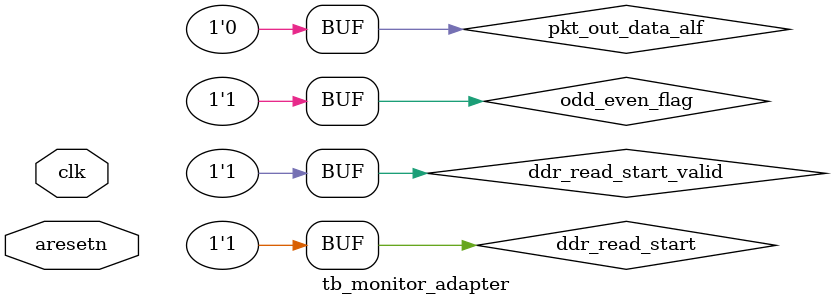
<source format=v>
module tb_monitor_adapter (
    input clk,
    input aresetn
);
    // Reset, Clock
    // reg                     aresetn;
    // reg                     clk;

    //ctrls from controller
    wire                    ddr_read_finish;
    wire                    ddr_read_finish_valid;
    reg                     ddr_read_finish_ready;

    reg                     odd_even_flag;

    reg                     ddr_read_start;
    reg                     ddr_read_start_valid;
    wire                    ddr_read_start_ready;

    //generate packets
    wire [519:0]            pkt_out_data;
    wire                    pkt_out_en;
    wire [255:0]            pkt_out_md;
    wire                    pkt_out_md_en;
    reg                     pkt_out_data_alf;
  

    // Master Read Address
    wire [0:0]              M_AXI_ARID;
    wire [31:0]             M_AXI_ARADDR;
    wire [7:0]              M_AXI_ARLEN;
    wire [2:0]              M_AXI_ARSIZE;
    wire [1:0]              M_AXI_ARBURST;
    wire [1:0]              M_AXI_ARLOCK;
    wire [3:0]              M_AXI_ARCACHE;
    wire [2:0]              M_AXI_ARPROT;
    wire [3:0]              M_AXI_ARQOS;
    wire [0:0]              M_AXI_ARUSER;
    wire                    M_AXI_ARVALID;
    wire                    M_AXI_ARREADY;  //reg
    
    // Master Read Data 
    wire [0:0]               M_AXI_RID;   //reg
    wire [31:0]              M_AXI_RDATA;   //reg
    wire [1:0]               M_AXI_RRESP;   //reg
    wire                     M_AXI_RLAST;   //reg
    wire [0:0]               M_AXI_RUSER;   //reg
    wire                     M_AXI_RVALID;   //reg
    wire                     M_AXI_RREADY;


parameter CYCLE = 10;

// always begin
//     #(CYCLE/2) clk <= ~clk;
// end

// initial begin
//     clk <= 1;
//     aresetn <= 1;
//     #(CYCLE)
//     aresetn <= 0;
//     #(2*CYCLE)
//     aresetn <= 1;
// end

initial begin
    #(2*CYCLE+CYCLE/2)  //wait for rst_n finish

    //reset
    ddr_read_start <= 1'b0;
    ddr_read_start_valid <= 1'b0;
    odd_even_flag <= 1'b0;

    //start working
    #(3*CYCLE - CYCLE/2)
    ddr_read_start <= 1'b1;
    ddr_read_start_valid <= 1'b1;
    odd_even_flag <= 1'b1;

    pkt_out_data_alf <= 1'b0;

    #(10*CYCLE);
end

// end

monitor_adaptor uut(
    // Reset, Clock
    .aresetn(aresetn),
    .clk(clk),

    //ctrls from controller
    .ddr_read_finish(ddr_read_finish),
    .ddr_read_finish_valid(ddr_read_finish_valid),
    .ddr_read_finish_ready(ddr_read_finish_ready),
    .odd_even_flag(odd_even_flag),

    .ddr_read_start(ddr_read_start),
    .ddr_read_start_valid(ddr_read_start_valid),
    .ddr_read_start_ready(ddr_read_start_ready),

    //generate packets
    .pkt_out_data(pkt_out_data),
    .pkt_out_en(pkt_out_en),
    .pkt_out_md(pkt_out_md),
    .pkt_out_md_en(pkt_out_md_en),
    .pkt_out_data_alf(pkt_out_data_alf),
  

    // Master Read Address
    .M_AXI_ARID(M_AXI_ARID),
    .M_AXI_ARADDR(M_AXI_ARADDR),
    .M_AXI_ARLEN(M_AXI_ARLEN),
    .M_AXI_ARSIZE(M_AXI_ARSIZE),
    .M_AXI_ARBURST(M_AXI_ARBURST),
    .M_AXI_ARLOCK(M_AXI_ARLOCK),
    .M_AXI_ARCACHE(M_AXI_ARCACHE),
    .M_AXI_ARPROT(M_AXI_ARPROT),
    .M_AXI_ARQOS(M_AXI_ARQOS),
    .M_AXI_ARUSER(M_AXI_ARUSER),
    .M_AXI_ARVALID(M_AXI_ARVALID),
    .M_AXI_ARREADY(M_AXI_ARREADY),
    
    // Master Read Data 
    .M_AXI_RID(M_AXI_RID),
    .M_AXI_RDATA(M_AXI_RDATA),
    .M_AXI_RRESP(M_AXI_RRESP),
    .M_AXI_RLAST(M_AXI_RLAST),
    .M_AXI_RUSER(M_AXI_RUSER),
    .M_AXI_RVALID(M_AXI_RVALID),
    .M_AXI_RREADY(M_AXI_RREADY)
    
);

axi_vip_0 axi_ddr_demo (
  .aclk(clk),                    // input wire aclk
  .aresetn(aresetn),               //input wire aresetn
  .s_axi_arid(M_AXI_ARID),        // input wire [0 : 0] s_axi_arid
  .s_axi_araddr(M_AXI_ARADDR),    // input wire [31 : 0] s_axi_araddr
  .s_axi_arlen(M_AXI_ARLEN),      // input wire [7 : 0] s_axi_arlen
  .s_axi_arsize(M_AXI_ARSIZE),    // input wire [2 : 0] s_axi_arsize
  .s_axi_arburst(M_AXI_ARBURST),  // input wire [1 : 0] s_axi_arburst
  .s_axi_arcache(M_AXI_ARCACHE),  // input wire [3 : 0] s_axi_arcache
  .s_axi_arprot(M_AXI_ARPROT),    // input wire [2 : 0] s_axi_arprot
  .s_axi_arqos(M_AXI_ARQOS),      // input wire [3 : 0] s_axi_arqos
  .s_axi_aruser(M_AXI_ARUSER),    // input wire [0 : 0] s_axi_aruser
  .s_axi_arvalid(M_AXI_ARVALID),  // input wire s_axi_arvalid
  .s_axi_arready(M_AXI_ARREADY),  // output wire s_axi_arready


  .s_axi_rid(M_AXI_RID),          // output wire [0 : 0] s_axi_rid
  .s_axi_rdata(M_AXI_RDATA),      // output wire [31 : 0] s_axi_rdata
  .s_axi_rresp(M_AXI_RRESP),      // output wire [1 : 0] s_axi_rresp
  .s_axi_rlast(M_AXI_RLAST),      // output wire s_axi_rlast
  .s_axi_ruser(M_AXI_RUSER),      // output wire [0 : 0] s_axi_ruser
  .s_axi_rvalid(M_AXI_RVALID),    // output wire s_axi_rvalid
  .s_axi_rready(M_AXI_RREADY)    // input wire s_axi_rready
);

endmodule
</source>
